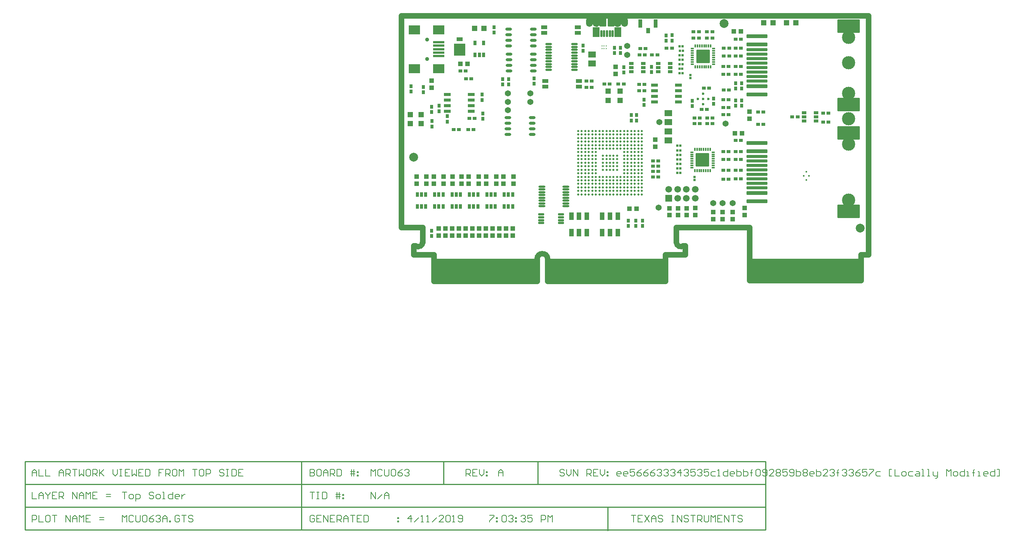
<source format=gts>
G04*
G04 #@! TF.GenerationSoftware,Altium Limited,Altium Designer,18.1.9 (240)*
G04*
G04 Layer_Color=8388736*
%FSAX25Y25*%
%MOIN*%
G70*
G01*
G75*
%ADD15C,0.00800*%
%ADD16C,0.01000*%
%ADD26C,0.01575*%
G04:AMPARAMS|DCode=48|XSize=7.87mil|YSize=13.78mil|CornerRadius=1.99mil|HoleSize=0mil|Usage=FLASHONLY|Rotation=0.000|XOffset=0mil|YOffset=0mil|HoleType=Round|Shape=RoundedRectangle|*
%AMROUNDEDRECTD48*
21,1,0.00787,0.00980,0,0,0.0*
21,1,0.00390,0.01378,0,0,0.0*
1,1,0.00398,0.00195,-0.00490*
1,1,0.00398,-0.00195,-0.00490*
1,1,0.00398,-0.00195,0.00490*
1,1,0.00398,0.00195,0.00490*
%
%ADD48ROUNDEDRECTD48*%
G04:AMPARAMS|DCode=49|XSize=7.87mil|YSize=11.81mil|CornerRadius=1.99mil|HoleSize=0mil|Usage=FLASHONLY|Rotation=0.000|XOffset=0mil|YOffset=0mil|HoleType=Round|Shape=RoundedRectangle|*
%AMROUNDEDRECTD49*
21,1,0.00787,0.00784,0,0,0.0*
21,1,0.00390,0.01181,0,0,0.0*
1,1,0.00398,0.00195,-0.00392*
1,1,0.00398,-0.00195,-0.00392*
1,1,0.00398,-0.00195,0.00392*
1,1,0.00398,0.00195,0.00392*
%
%ADD49ROUNDEDRECTD49*%
%ADD62C,0.05000*%
%ADD63C,0.03937*%
%ADD64C,0.00100*%
%ADD65R,0.92126X0.20472*%
%ADD66R,1.04095X0.20472*%
%ADD67R,0.97953X0.20472*%
%ADD68R,0.02165X0.11024*%
%ADD69C,0.01968*%
G04:AMPARAMS|DCode=70|XSize=122.05mil|YSize=196.85mil|CornerRadius=3.74mil|HoleSize=0mil|Usage=FLASHONLY|Rotation=90.000|XOffset=0mil|YOffset=0mil|HoleType=Round|Shape=RoundedRectangle|*
%AMROUNDEDRECTD70*
21,1,0.12205,0.18937,0,0,90.0*
21,1,0.11457,0.19685,0,0,90.0*
1,1,0.00748,0.09469,0.05728*
1,1,0.00748,0.09469,-0.05728*
1,1,0.00748,-0.09469,-0.05728*
1,1,0.00748,-0.09469,0.05728*
%
%ADD70ROUNDEDRECTD70*%
G04:AMPARAMS|DCode=71|XSize=35.83mil|YSize=185.04mil|CornerRadius=3.88mil|HoleSize=0mil|Usage=FLASHONLY|Rotation=90.000|XOffset=0mil|YOffset=0mil|HoleType=Round|Shape=RoundedRectangle|*
%AMROUNDEDRECTD71*
21,1,0.03583,0.17728,0,0,90.0*
21,1,0.02806,0.18504,0,0,90.0*
1,1,0.00776,0.08864,0.01403*
1,1,0.00776,0.08864,-0.01403*
1,1,0.00776,-0.08864,-0.01403*
1,1,0.00776,-0.08864,0.01403*
%
%ADD71ROUNDEDRECTD71*%
G04:AMPARAMS|DCode=72|XSize=27.95mil|YSize=185.04mil|CornerRadius=3.89mil|HoleSize=0mil|Usage=FLASHONLY|Rotation=90.000|XOffset=0mil|YOffset=0mil|HoleType=Round|Shape=RoundedRectangle|*
%AMROUNDEDRECTD72*
21,1,0.02795,0.17726,0,0,90.0*
21,1,0.02017,0.18504,0,0,90.0*
1,1,0.00778,0.08863,0.01009*
1,1,0.00778,0.08863,-0.01009*
1,1,0.00778,-0.08863,-0.01009*
1,1,0.00778,-0.08863,0.01009*
%
%ADD72ROUNDEDRECTD72*%
%ADD73R,0.10236X0.08268*%
%ADD74R,0.10236X0.02362*%
%ADD75R,0.04724X0.05118*%
%ADD76R,0.05118X0.04724*%
%ADD77R,0.04331X0.06693*%
%ADD78R,0.03543X0.07480*%
%ADD79R,0.03543X0.05118*%
%ADD80R,0.05394X0.03386*%
G04:AMPARAMS|DCode=81|XSize=27.56mil|YSize=61.02mil|CornerRadius=3.98mil|HoleSize=0mil|Usage=FLASHONLY|Rotation=90.000|XOffset=0mil|YOffset=0mil|HoleType=Round|Shape=RoundedRectangle|*
%AMROUNDEDRECTD81*
21,1,0.02756,0.05307,0,0,90.0*
21,1,0.01961,0.06102,0,0,90.0*
1,1,0.00795,0.02653,0.00980*
1,1,0.00795,0.02653,-0.00980*
1,1,0.00795,-0.02653,-0.00980*
1,1,0.00795,-0.02653,0.00980*
%
%ADD81ROUNDEDRECTD81*%
G04:AMPARAMS|DCode=82|XSize=13.78mil|YSize=27.56mil|CornerRadius=3.94mil|HoleSize=0mil|Usage=FLASHONLY|Rotation=180.000|XOffset=0mil|YOffset=0mil|HoleType=Round|Shape=RoundedRectangle|*
%AMROUNDEDRECTD82*
21,1,0.01378,0.01968,0,0,180.0*
21,1,0.00591,0.02756,0,0,180.0*
1,1,0.00787,-0.00295,0.00984*
1,1,0.00787,0.00295,0.00984*
1,1,0.00787,0.00295,-0.00984*
1,1,0.00787,-0.00295,-0.00984*
%
%ADD82ROUNDEDRECTD82*%
G04:AMPARAMS|DCode=83|XSize=13.78mil|YSize=27.56mil|CornerRadius=3.94mil|HoleSize=0mil|Usage=FLASHONLY|Rotation=90.000|XOffset=0mil|YOffset=0mil|HoleType=Round|Shape=RoundedRectangle|*
%AMROUNDEDRECTD83*
21,1,0.01378,0.01968,0,0,90.0*
21,1,0.00591,0.02756,0,0,90.0*
1,1,0.00787,0.00984,0.00295*
1,1,0.00787,0.00984,-0.00295*
1,1,0.00787,-0.00984,-0.00295*
1,1,0.00787,-0.00984,0.00295*
%
%ADD83ROUNDEDRECTD83*%
G04:AMPARAMS|DCode=84|XSize=118.11mil|YSize=118.11mil|CornerRadius=3.68mil|HoleSize=0mil|Usage=FLASHONLY|Rotation=90.000|XOffset=0mil|YOffset=0mil|HoleType=Round|Shape=RoundedRectangle|*
%AMROUNDEDRECTD84*
21,1,0.11811,0.11075,0,0,90.0*
21,1,0.11075,0.11811,0,0,90.0*
1,1,0.00736,0.05537,0.05537*
1,1,0.00736,0.05537,-0.05537*
1,1,0.00736,-0.05537,-0.05537*
1,1,0.00736,-0.05537,0.05537*
%
%ADD84ROUNDEDRECTD84*%
%ADD85O,0.05906X0.02165*%
%ADD86R,0.05394X0.03394*%
%ADD87R,0.10394X0.10894*%
G04:AMPARAMS|DCode=88|XSize=58.07mil|YSize=78.74mil|CornerRadius=3.86mil|HoleSize=0mil|Usage=FLASHONLY|Rotation=0.000|XOffset=0mil|YOffset=0mil|HoleType=Round|Shape=RoundedRectangle|*
%AMROUNDEDRECTD88*
21,1,0.05807,0.07101,0,0,0.0*
21,1,0.05034,0.07874,0,0,0.0*
1,1,0.00773,0.02517,-0.03551*
1,1,0.00773,-0.02517,-0.03551*
1,1,0.00773,-0.02517,0.03551*
1,1,0.00773,0.02517,0.03551*
%
%ADD88ROUNDEDRECTD88*%
G04:AMPARAMS|DCode=89|XSize=62.01mil|YSize=86.61mil|CornerRadius=4mil|HoleSize=0mil|Usage=FLASHONLY|Rotation=0.000|XOffset=0mil|YOffset=0mil|HoleType=Round|Shape=RoundedRectangle|*
%AMROUNDEDRECTD89*
21,1,0.06201,0.07861,0,0,0.0*
21,1,0.05401,0.08661,0,0,0.0*
1,1,0.00800,0.02700,-0.03931*
1,1,0.00800,-0.02700,-0.03931*
1,1,0.00800,-0.02700,0.03931*
1,1,0.00800,0.02700,0.03931*
%
%ADD89ROUNDEDRECTD89*%
G04:AMPARAMS|DCode=90|XSize=21.65mil|YSize=58.27mil|CornerRadius=3.92mil|HoleSize=0mil|Usage=FLASHONLY|Rotation=0.000|XOffset=0mil|YOffset=0mil|HoleType=Round|Shape=RoundedRectangle|*
%AMROUNDEDRECTD90*
21,1,0.02165,0.05043,0,0,0.0*
21,1,0.01382,0.05827,0,0,0.0*
1,1,0.00784,0.00691,-0.02522*
1,1,0.00784,-0.00691,-0.02522*
1,1,0.00784,-0.00691,0.02522*
1,1,0.00784,0.00691,0.02522*
%
%ADD90ROUNDEDRECTD90*%
%ADD91C,0.07874*%
%ADD92O,0.05709X0.02165*%
G04:AMPARAMS|DCode=93|XSize=27.56mil|YSize=43.31mil|CornerRadius=3.98mil|HoleSize=0mil|Usage=FLASHONLY|Rotation=90.000|XOffset=0mil|YOffset=0mil|HoleType=Round|Shape=RoundedRectangle|*
%AMROUNDEDRECTD93*
21,1,0.02756,0.03535,0,0,90.0*
21,1,0.01961,0.04331,0,0,90.0*
1,1,0.00795,0.01768,0.00980*
1,1,0.00795,0.01768,-0.00980*
1,1,0.00795,-0.01768,-0.00980*
1,1,0.00795,-0.01768,0.00980*
%
%ADD93ROUNDEDRECTD93*%
G04:AMPARAMS|DCode=94|XSize=27.56mil|YSize=43.31mil|CornerRadius=3.98mil|HoleSize=0mil|Usage=FLASHONLY|Rotation=180.000|XOffset=0mil|YOffset=0mil|HoleType=Round|Shape=RoundedRectangle|*
%AMROUNDEDRECTD94*
21,1,0.02756,0.03535,0,0,180.0*
21,1,0.01961,0.04331,0,0,180.0*
1,1,0.00795,-0.00980,0.01768*
1,1,0.00795,0.00980,0.01768*
1,1,0.00795,0.00980,-0.01768*
1,1,0.00795,-0.00980,-0.01768*
%
%ADD94ROUNDEDRECTD94*%
%ADD95O,0.06102X0.01968*%
%ADD96O,0.05894X0.02756*%
%ADD97R,0.04331X0.04134*%
%ADD98R,0.02191X0.02034*%
%ADD99R,0.03543X0.02756*%
%ADD100R,0.02756X0.03543*%
%ADD101R,0.04134X0.04331*%
%ADD102R,0.06694X0.05394*%
%ADD103R,0.02034X0.02191*%
%ADD104C,0.11824*%
%ADD105C,0.03543*%
%ADD106C,0.05394*%
%ADD107C,0.05906*%
%ADD108R,0.05906X0.05906*%
G04:AMPARAMS|DCode=109|XSize=86.61mil|YSize=59.06mil|CornerRadius=29.53mil|HoleSize=0mil|Usage=FLASHONLY|Rotation=270.000|XOffset=0mil|YOffset=0mil|HoleType=Round|Shape=RoundedRectangle|*
%AMROUNDEDRECTD109*
21,1,0.08661,0.00000,0,0,270.0*
21,1,0.02756,0.05906,0,0,270.0*
1,1,0.05906,0.00000,-0.01378*
1,1,0.05906,0.00000,0.01378*
1,1,0.05906,0.00000,0.01378*
1,1,0.05906,0.00000,-0.01378*
%
%ADD109ROUNDEDRECTD109*%
%ADD110C,0.02362*%
G54D15*
X-0248386Y-0188580D02*
X-0244388D01*
X-0246387D01*
Y-0194578D01*
X-0241389D02*
X-0239389D01*
X-0238390Y-0193578D01*
Y-0191579D01*
X-0239389Y-0190579D01*
X-0241389D01*
X-0242388Y-0191579D01*
Y-0193578D01*
X-0241389Y-0194578D01*
X-0236390Y-0196577D02*
Y-0190579D01*
X-0233391D01*
X-0232392Y-0191579D01*
Y-0193578D01*
X-0233391Y-0194578D01*
X-0236390D01*
X-0220395Y-0189579D02*
X-0221395Y-0188580D01*
X-0223394D01*
X-0224394Y-0189579D01*
Y-0190579D01*
X-0223394Y-0191579D01*
X-0221395D01*
X-0220395Y-0192579D01*
Y-0193578D01*
X-0221395Y-0194578D01*
X-0223394D01*
X-0224394Y-0193578D01*
X-0217396Y-0194578D02*
X-0215397D01*
X-0214397Y-0193578D01*
Y-0191579D01*
X-0215397Y-0190579D01*
X-0217396D01*
X-0218396Y-0191579D01*
Y-0193578D01*
X-0217396Y-0194578D01*
X-0212398D02*
X-0210399D01*
X-0211398D01*
Y-0188580D01*
X-0212398D01*
X-0203401D02*
Y-0194578D01*
X-0206400D01*
X-0207400Y-0193578D01*
Y-0191579D01*
X-0206400Y-0190579D01*
X-0203401D01*
X-0198403Y-0194578D02*
X-0200402D01*
X-0201402Y-0193578D01*
Y-0191579D01*
X-0200402Y-0190579D01*
X-0198403D01*
X-0197403Y-0191579D01*
Y-0192579D01*
X-0201402D01*
X-0195404Y-0190579D02*
Y-0194578D01*
Y-0192579D01*
X-0194404Y-0191579D01*
X-0193404Y-0190579D01*
X-0192404D01*
X-0248386Y-0188580D02*
X-0244388D01*
X-0246387D01*
Y-0194578D01*
X-0241389D02*
X-0239389D01*
X-0238390Y-0193578D01*
Y-0191579D01*
X-0239389Y-0190579D01*
X-0241389D01*
X-0242388Y-0191579D01*
Y-0193578D01*
X-0241389Y-0194578D01*
X-0236390Y-0196577D02*
Y-0190579D01*
X-0233391D01*
X-0232392Y-0191579D01*
Y-0193578D01*
X-0233391Y-0194578D01*
X-0236390D01*
X-0220395Y-0189579D02*
X-0221395Y-0188580D01*
X-0223394D01*
X-0224394Y-0189579D01*
Y-0190579D01*
X-0223394Y-0191579D01*
X-0221395D01*
X-0220395Y-0192579D01*
Y-0193578D01*
X-0221395Y-0194578D01*
X-0223394D01*
X-0224394Y-0193578D01*
X-0217396Y-0194578D02*
X-0215397D01*
X-0214397Y-0193578D01*
Y-0191579D01*
X-0215397Y-0190579D01*
X-0217396D01*
X-0218396Y-0191579D01*
Y-0193578D01*
X-0217396Y-0194578D01*
X-0212398D02*
X-0210399D01*
X-0211398D01*
Y-0188580D01*
X-0212398D01*
X-0203401D02*
Y-0194578D01*
X-0206400D01*
X-0207400Y-0193578D01*
Y-0191579D01*
X-0206400Y-0190579D01*
X-0203401D01*
X-0198403Y-0194578D02*
X-0200402D01*
X-0201402Y-0193578D01*
Y-0191579D01*
X-0200402Y-0190579D01*
X-0198403D01*
X-0197403Y-0191579D01*
Y-0192579D01*
X-0201402D01*
X-0195404Y-0190579D02*
Y-0194578D01*
Y-0192579D01*
X-0194404Y-0191579D01*
X-0193404Y-0190579D01*
X-0192404D01*
X0195113Y-0174295D02*
X0193113D01*
X0192114Y-0173296D01*
Y-0171296D01*
X0193113Y-0170297D01*
X0195113D01*
X0196112Y-0171296D01*
Y-0172296D01*
X0192114D01*
X0201111Y-0174295D02*
X0199111D01*
X0198112Y-0173296D01*
Y-0171296D01*
X0199111Y-0170297D01*
X0201111D01*
X0202110Y-0171296D01*
Y-0172296D01*
X0198112D01*
X0208108Y-0168297D02*
X0204110D01*
Y-0171296D01*
X0206109Y-0170297D01*
X0207109D01*
X0208108Y-0171296D01*
Y-0173296D01*
X0207109Y-0174295D01*
X0205109D01*
X0204110Y-0173296D01*
X0214106Y-0168297D02*
X0212107Y-0169297D01*
X0210108Y-0171296D01*
Y-0173296D01*
X0211107Y-0174295D01*
X0213107D01*
X0214106Y-0173296D01*
Y-0172296D01*
X0213107Y-0171296D01*
X0210108D01*
X0220105Y-0168297D02*
X0218105Y-0169297D01*
X0216106Y-0171296D01*
Y-0173296D01*
X0217106Y-0174295D01*
X0219105D01*
X0220105Y-0173296D01*
Y-0172296D01*
X0219105Y-0171296D01*
X0216106D01*
X0226103Y-0168297D02*
X0224103Y-0169297D01*
X0222104Y-0171296D01*
Y-0173296D01*
X0223104Y-0174295D01*
X0225103D01*
X0226103Y-0173296D01*
Y-0172296D01*
X0225103Y-0171296D01*
X0222104D01*
X0228102Y-0169297D02*
X0229102Y-0168297D01*
X0231101D01*
X0232101Y-0169297D01*
Y-0170297D01*
X0231101Y-0171296D01*
X0230101D01*
X0231101D01*
X0232101Y-0172296D01*
Y-0173296D01*
X0231101Y-0174295D01*
X0229102D01*
X0228102Y-0173296D01*
X0234100Y-0169297D02*
X0235100Y-0168297D01*
X0237099D01*
X0238099Y-0169297D01*
Y-0170297D01*
X0237099Y-0171296D01*
X0236099D01*
X0237099D01*
X0238099Y-0172296D01*
Y-0173296D01*
X0237099Y-0174295D01*
X0235100D01*
X0234100Y-0173296D01*
X0240098Y-0169297D02*
X0241098Y-0168297D01*
X0243097D01*
X0244097Y-0169297D01*
Y-0170297D01*
X0243097Y-0171296D01*
X0242097D01*
X0243097D01*
X0244097Y-0172296D01*
Y-0173296D01*
X0243097Y-0174295D01*
X0241098D01*
X0240098Y-0173296D01*
X0249095Y-0174295D02*
Y-0168297D01*
X0246096Y-0171296D01*
X0250095D01*
X0252094Y-0169297D02*
X0253094Y-0168297D01*
X0255093D01*
X0256093Y-0169297D01*
Y-0170297D01*
X0255093Y-0171296D01*
X0254094D01*
X0255093D01*
X0256093Y-0172296D01*
Y-0173296D01*
X0255093Y-0174295D01*
X0253094D01*
X0252094Y-0173296D01*
X0262091Y-0168297D02*
X0258092D01*
Y-0171296D01*
X0260092Y-0170297D01*
X0261091D01*
X0262091Y-0171296D01*
Y-0173296D01*
X0261091Y-0174295D01*
X0259092D01*
X0258092Y-0173296D01*
X0264090Y-0169297D02*
X0265090Y-0168297D01*
X0267089D01*
X0268089Y-0169297D01*
Y-0170297D01*
X0267089Y-0171296D01*
X0266090D01*
X0267089D01*
X0268089Y-0172296D01*
Y-0173296D01*
X0267089Y-0174295D01*
X0265090D01*
X0264090Y-0173296D01*
X0274087Y-0168297D02*
X0270088D01*
Y-0171296D01*
X0272088Y-0170297D01*
X0273087D01*
X0274087Y-0171296D01*
Y-0173296D01*
X0273087Y-0174295D01*
X0271088D01*
X0270088Y-0173296D01*
X0280085Y-0170297D02*
X0277086D01*
X0276086Y-0171296D01*
Y-0173296D01*
X0277086Y-0174295D01*
X0280085D01*
X0282084D02*
X0284084D01*
X0283084D01*
Y-0168297D01*
X0282084Y-0169297D01*
X0291082Y-0168297D02*
Y-0174295D01*
X0288083D01*
X0287083Y-0173296D01*
Y-0171296D01*
X0288083Y-0170297D01*
X0291082D01*
X0296080Y-0174295D02*
X0294081D01*
X0293081Y-0173296D01*
Y-0171296D01*
X0294081Y-0170297D01*
X0296080D01*
X0297080Y-0171296D01*
Y-0172296D01*
X0293081D01*
X0299079Y-0168297D02*
Y-0174295D01*
X0302078D01*
X0303078Y-0173296D01*
Y-0172296D01*
Y-0171296D01*
X0302078Y-0170297D01*
X0299079D01*
X0305077Y-0168297D02*
Y-0174295D01*
X0308076D01*
X0309076Y-0173296D01*
Y-0172296D01*
Y-0171296D01*
X0308076Y-0170297D01*
X0305077D01*
X0312075Y-0174295D02*
Y-0169297D01*
Y-0171296D01*
X0311075D01*
X0313074D01*
X0312075D01*
Y-0169297D01*
X0313074Y-0168297D01*
X0316073Y-0169297D02*
X0317073Y-0168297D01*
X0319073D01*
X0320072Y-0169297D01*
Y-0173296D01*
X0319073Y-0174295D01*
X0317073D01*
X0316073Y-0173296D01*
Y-0169297D01*
X0322072Y-0173296D02*
X0323071Y-0174295D01*
X0325071D01*
X0326070Y-0173296D01*
Y-0169297D01*
X0325071Y-0168297D01*
X0323071D01*
X0322072Y-0169297D01*
Y-0170297D01*
X0323071Y-0171296D01*
X0326070D01*
X0332068Y-0174295D02*
X0328070D01*
X0332068Y-0170297D01*
Y-0169297D01*
X0331069Y-0168297D01*
X0329069D01*
X0328070Y-0169297D01*
X0334068D02*
X0335067Y-0168297D01*
X0337067D01*
X0338066Y-0169297D01*
Y-0170297D01*
X0337067Y-0171296D01*
X0338066Y-0172296D01*
Y-0173296D01*
X0337067Y-0174295D01*
X0335067D01*
X0334068Y-0173296D01*
Y-0172296D01*
X0335067Y-0171296D01*
X0334068Y-0170297D01*
Y-0169297D01*
X0335067Y-0171296D02*
X0337067D01*
X0344064Y-0168297D02*
X0340066D01*
Y-0171296D01*
X0342065Y-0170297D01*
X0343065D01*
X0344064Y-0171296D01*
Y-0173296D01*
X0343065Y-0174295D01*
X0341065D01*
X0340066Y-0173296D01*
X0346064D02*
X0347063Y-0174295D01*
X0349063D01*
X0350062Y-0173296D01*
Y-0169297D01*
X0349063Y-0168297D01*
X0347063D01*
X0346064Y-0169297D01*
Y-0170297D01*
X0347063Y-0171296D01*
X0350062D01*
X0352062Y-0168297D02*
Y-0174295D01*
X0355061D01*
X0356061Y-0173296D01*
Y-0172296D01*
Y-0171296D01*
X0355061Y-0170297D01*
X0352062D01*
X0358060Y-0169297D02*
X0359060Y-0168297D01*
X0361059D01*
X0362059Y-0169297D01*
Y-0170297D01*
X0361059Y-0171296D01*
X0362059Y-0172296D01*
Y-0173296D01*
X0361059Y-0174295D01*
X0359060D01*
X0358060Y-0173296D01*
Y-0172296D01*
X0359060Y-0171296D01*
X0358060Y-0170297D01*
Y-0169297D01*
X0359060Y-0171296D02*
X0361059D01*
X0367057Y-0174295D02*
X0365058D01*
X0364058Y-0173296D01*
Y-0171296D01*
X0365058Y-0170297D01*
X0367057D01*
X0368057Y-0171296D01*
Y-0172296D01*
X0364058D01*
X0370056Y-0168297D02*
Y-0174295D01*
X0373055D01*
X0374055Y-0173296D01*
Y-0172296D01*
Y-0171296D01*
X0373055Y-0170297D01*
X0370056D01*
X0380053Y-0174295D02*
X0376054D01*
X0380053Y-0170297D01*
Y-0169297D01*
X0379053Y-0168297D01*
X0377054D01*
X0376054Y-0169297D01*
X0382052D02*
X0383052Y-0168297D01*
X0385051D01*
X0386051Y-0169297D01*
Y-0170297D01*
X0385051Y-0171296D01*
X0384051D01*
X0385051D01*
X0386051Y-0172296D01*
Y-0173296D01*
X0385051Y-0174295D01*
X0383052D01*
X0382052Y-0173296D01*
X0389050Y-0174295D02*
Y-0169297D01*
Y-0171296D01*
X0388050D01*
X0390050D01*
X0389050D01*
Y-0169297D01*
X0390050Y-0168297D01*
X0393049Y-0169297D02*
X0394048Y-0168297D01*
X0396048D01*
X0397047Y-0169297D01*
Y-0170297D01*
X0396048Y-0171296D01*
X0395048D01*
X0396048D01*
X0397047Y-0172296D01*
Y-0173296D01*
X0396048Y-0174295D01*
X0394048D01*
X0393049Y-0173296D01*
X0399047Y-0169297D02*
X0400046Y-0168297D01*
X0402046D01*
X0403045Y-0169297D01*
Y-0170297D01*
X0402046Y-0171296D01*
X0401046D01*
X0402046D01*
X0403045Y-0172296D01*
Y-0173296D01*
X0402046Y-0174295D01*
X0400046D01*
X0399047Y-0173296D01*
X0409043Y-0168297D02*
X0407044Y-0169297D01*
X0405045Y-0171296D01*
Y-0173296D01*
X0406044Y-0174295D01*
X0408044D01*
X0409043Y-0173296D01*
Y-0172296D01*
X0408044Y-0171296D01*
X0405045D01*
X0415041Y-0168297D02*
X0411043D01*
Y-0171296D01*
X0413042Y-0170297D01*
X0414042D01*
X0415041Y-0171296D01*
Y-0173296D01*
X0414042Y-0174295D01*
X0412043D01*
X0411043Y-0173296D01*
X0417041Y-0168297D02*
X0421039D01*
Y-0169297D01*
X0417041Y-0173296D01*
Y-0174295D01*
X0427038Y-0170297D02*
X0424039D01*
X0423039Y-0171296D01*
Y-0173296D01*
X0424039Y-0174295D01*
X0427038D01*
X0437034D02*
X0435035D01*
Y-0168297D01*
X0437034D01*
X0440033D02*
Y-0174295D01*
X0444032D01*
X0447031D02*
X0449030D01*
X0450030Y-0173296D01*
Y-0171296D01*
X0449030Y-0170297D01*
X0447031D01*
X0446032Y-0171296D01*
Y-0173296D01*
X0447031Y-0174295D01*
X0456028Y-0170297D02*
X0453029D01*
X0452030Y-0171296D01*
Y-0173296D01*
X0453029Y-0174295D01*
X0456028D01*
X0459027Y-0170297D02*
X0461027D01*
X0462026Y-0171296D01*
Y-0174295D01*
X0459027D01*
X0458028Y-0173296D01*
X0459027Y-0172296D01*
X0462026D01*
X0464026Y-0174295D02*
X0466025D01*
X0465025D01*
Y-0168297D01*
X0464026D01*
X0469024Y-0174295D02*
X0471023D01*
X0470024D01*
Y-0168297D01*
X0469024D01*
X0474022Y-0170297D02*
Y-0173296D01*
X0475022Y-0174295D01*
X0478021D01*
Y-0175295D01*
X0477021Y-0176295D01*
X0476022D01*
X0478021Y-0174295D02*
Y-0170297D01*
X0486019Y-0174295D02*
Y-0168297D01*
X0488018Y-0170297D01*
X0490017Y-0168297D01*
Y-0174295D01*
X0493016D02*
X0495016D01*
X0496015Y-0173296D01*
Y-0171296D01*
X0495016Y-0170297D01*
X0493016D01*
X0492017Y-0171296D01*
Y-0173296D01*
X0493016Y-0174295D01*
X0502013Y-0168297D02*
Y-0174295D01*
X0499014D01*
X0498015Y-0173296D01*
Y-0171296D01*
X0499014Y-0170297D01*
X0502013D01*
X0504013Y-0174295D02*
X0506012D01*
X0505012D01*
Y-0170297D01*
X0504013D01*
X0510011Y-0174295D02*
Y-0169297D01*
Y-0171296D01*
X0509011D01*
X0511010D01*
X0510011D01*
Y-0169297D01*
X0511010Y-0168297D01*
X0514010Y-0174295D02*
X0516009D01*
X0515009D01*
Y-0170297D01*
X0514010D01*
X0522007Y-0174295D02*
X0520008D01*
X0519008Y-0173296D01*
Y-0171296D01*
X0520008Y-0170297D01*
X0522007D01*
X0523006Y-0171296D01*
Y-0172296D01*
X0519008D01*
X0529005Y-0168297D02*
Y-0174295D01*
X0526006D01*
X0525006Y-0173296D01*
Y-0171296D01*
X0526006Y-0170297D01*
X0529005D01*
X0531004Y-0174295D02*
X0533003D01*
Y-0168297D01*
X0531004D01*
X0145512Y-0169297D02*
X0144513Y-0168297D01*
X0142513D01*
X0141514Y-0169297D01*
Y-0170297D01*
X0142513Y-0171296D01*
X0144513D01*
X0145512Y-0172296D01*
Y-0173296D01*
X0144513Y-0174295D01*
X0142513D01*
X0141514Y-0173296D01*
X0147512Y-0168297D02*
Y-0172296D01*
X0149511Y-0174295D01*
X0151510Y-0172296D01*
Y-0168297D01*
X0153510Y-0174295D02*
Y-0168297D01*
X0157508Y-0174295D01*
Y-0168297D01*
X0165506Y-0174295D02*
Y-0168297D01*
X0168505D01*
X0169504Y-0169297D01*
Y-0171296D01*
X0168505Y-0172296D01*
X0165506D01*
X0167505D02*
X0169504Y-0174295D01*
X0175503Y-0168297D02*
X0171504D01*
Y-0174295D01*
X0175503D01*
X0171504Y-0171296D02*
X0173503D01*
X0177502Y-0168297D02*
Y-0172296D01*
X0179501Y-0174295D01*
X0181501Y-0172296D01*
Y-0168297D01*
X0183500Y-0170297D02*
X0184500D01*
Y-0171296D01*
X0183500D01*
Y-0170297D01*
Y-0173296D02*
X0184500D01*
Y-0174295D01*
X0183500D01*
Y-0173296D01*
X0057714Y-0174295D02*
Y-0168297D01*
X0060713D01*
X0061712Y-0169297D01*
Y-0171296D01*
X0060713Y-0172296D01*
X0057714D01*
X0059713D02*
X0061712Y-0174295D01*
X0067710Y-0168297D02*
X0063712D01*
Y-0174295D01*
X0067710D01*
X0063712Y-0171296D02*
X0065711D01*
X0069710Y-0168297D02*
Y-0172296D01*
X0071709Y-0174295D01*
X0073708Y-0172296D01*
Y-0168297D01*
X0075708Y-0170297D02*
X0076708D01*
Y-0171296D01*
X0075708D01*
Y-0170297D01*
Y-0173296D02*
X0076708D01*
Y-0174295D01*
X0075708D01*
Y-0173296D01*
X-0248386Y-0215162D02*
Y-0209164D01*
X-0246387Y-0211163D01*
X-0244388Y-0209164D01*
Y-0215162D01*
X-0238390Y-0210164D02*
X-0239389Y-0209164D01*
X-0241389D01*
X-0242388Y-0210164D01*
Y-0214162D01*
X-0241389Y-0215162D01*
X-0239389D01*
X-0238390Y-0214162D01*
X-0236390Y-0209164D02*
Y-0214162D01*
X-0235391Y-0215162D01*
X-0233391D01*
X-0232392Y-0214162D01*
Y-0209164D01*
X-0230392Y-0210164D02*
X-0229393Y-0209164D01*
X-0227393D01*
X-0226394Y-0210164D01*
Y-0214162D01*
X-0227393Y-0215162D01*
X-0229393D01*
X-0230392Y-0214162D01*
Y-0210164D01*
X-0220395Y-0209164D02*
X-0222395Y-0210164D01*
X-0224394Y-0212163D01*
Y-0214162D01*
X-0223394Y-0215162D01*
X-0221395D01*
X-0220395Y-0214162D01*
Y-0213163D01*
X-0221395Y-0212163D01*
X-0224394D01*
X-0218396Y-0210164D02*
X-0217396Y-0209164D01*
X-0215397D01*
X-0214397Y-0210164D01*
Y-0211163D01*
X-0215397Y-0212163D01*
X-0216397D01*
X-0215397D01*
X-0214397Y-0213163D01*
Y-0214162D01*
X-0215397Y-0215162D01*
X-0217396D01*
X-0218396Y-0214162D01*
X-0212398Y-0215162D02*
Y-0211163D01*
X-0210399Y-0209164D01*
X-0208399Y-0211163D01*
Y-0215162D01*
Y-0212163D01*
X-0212398D01*
X-0206400Y-0215162D02*
Y-0214162D01*
X-0205400D01*
Y-0215162D01*
X-0206400D01*
X-0197403Y-0210164D02*
X-0198403Y-0209164D01*
X-0200402D01*
X-0201402Y-0210164D01*
Y-0214162D01*
X-0200402Y-0215162D01*
X-0198403D01*
X-0197403Y-0214162D01*
Y-0212163D01*
X-0199402D01*
X-0195404Y-0209164D02*
X-0191405D01*
X-0193404D01*
Y-0215162D01*
X-0185407Y-0210164D02*
X-0186406Y-0209164D01*
X-0188406D01*
X-0189406Y-0210164D01*
Y-0211163D01*
X-0188406Y-0212163D01*
X-0186406D01*
X-0185407Y-0213163D01*
Y-0214162D01*
X-0186406Y-0215162D01*
X-0188406D01*
X-0189406Y-0214162D01*
X0008863Y-0215162D02*
Y-0209164D01*
X0005864Y-0212163D01*
X0009862D01*
X0011862Y-0215162D02*
X0015860Y-0211163D01*
X0017860Y-0215162D02*
X0019859D01*
X0018859D01*
Y-0209164D01*
X0017860Y-0210164D01*
X0022858Y-0215162D02*
X0024858D01*
X0023858D01*
Y-0209164D01*
X0022858Y-0210164D01*
X0027856Y-0215162D02*
X0031855Y-0211163D01*
X0037853Y-0215162D02*
X0033854D01*
X0037853Y-0211163D01*
Y-0210164D01*
X0036854Y-0209164D01*
X0034854D01*
X0033854Y-0210164D01*
X0039853D02*
X0040852Y-0209164D01*
X0042852D01*
X0043851Y-0210164D01*
Y-0214162D01*
X0042852Y-0215162D01*
X0040852D01*
X0039853Y-0214162D01*
Y-0210164D01*
X0045851Y-0215162D02*
X0047850D01*
X0046850D01*
Y-0209164D01*
X0045851Y-0210164D01*
X0050849Y-0214162D02*
X0051849Y-0215162D01*
X0053848D01*
X0054848Y-0214162D01*
Y-0210164D01*
X0053848Y-0209164D01*
X0051849D01*
X0050849Y-0210164D01*
Y-0211163D01*
X0051849Y-0212163D01*
X0054848D01*
X-0077088Y-0210164D02*
X-0078087Y-0209164D01*
X-0080087D01*
X-0081086Y-0210164D01*
Y-0214162D01*
X-0080087Y-0215162D01*
X-0078087D01*
X-0077088Y-0214162D01*
Y-0212163D01*
X-0079087D01*
X-0071090Y-0209164D02*
X-0075088D01*
Y-0215162D01*
X-0071090D01*
X-0075088Y-0212163D02*
X-0073089D01*
X-0069090Y-0215162D02*
Y-0209164D01*
X-0065092Y-0215162D01*
Y-0209164D01*
X-0059093D02*
X-0063092D01*
Y-0215162D01*
X-0059093D01*
X-0063092Y-0212163D02*
X-0061093D01*
X-0057094Y-0215162D02*
Y-0209164D01*
X-0054095D01*
X-0053096Y-0210164D01*
Y-0212163D01*
X-0054095Y-0213163D01*
X-0057094D01*
X-0055095D02*
X-0053096Y-0215162D01*
X-0051096D02*
Y-0211163D01*
X-0049097Y-0209164D01*
X-0047097Y-0211163D01*
Y-0215162D01*
Y-0212163D01*
X-0051096D01*
X-0045098Y-0209164D02*
X-0041099D01*
X-0043099D01*
Y-0215162D01*
X-0035101Y-0209164D02*
X-0039100D01*
Y-0215162D01*
X-0035101D01*
X-0039100Y-0212163D02*
X-0037101D01*
X-0033102Y-0209164D02*
Y-0215162D01*
X-0030103D01*
X-0029103Y-0214162D01*
Y-0210164D01*
X-0030103Y-0209164D01*
X-0033102D01*
X-0003112Y-0211163D02*
X-0002112D01*
Y-0212163D01*
X-0003112D01*
Y-0211163D01*
Y-0214162D02*
X-0002112D01*
Y-0215162D01*
X-0003112D01*
Y-0214162D01*
X-0328936Y-0174295D02*
Y-0170297D01*
X-0326937Y-0168297D01*
X-0324938Y-0170297D01*
Y-0174295D01*
Y-0171296D01*
X-0328936D01*
X-0322938Y-0168297D02*
Y-0174295D01*
X-0318940D01*
X-0316940Y-0168297D02*
Y-0174295D01*
X-0312942D01*
X-0304944D02*
Y-0170297D01*
X-0302945Y-0168297D01*
X-0300945Y-0170297D01*
Y-0174295D01*
Y-0171296D01*
X-0304944D01*
X-0298946Y-0174295D02*
Y-0168297D01*
X-0295947D01*
X-0294947Y-0169297D01*
Y-0171296D01*
X-0295947Y-0172296D01*
X-0298946D01*
X-0296947D02*
X-0294947Y-0174295D01*
X-0292948Y-0168297D02*
X-0288949D01*
X-0290949D01*
Y-0174295D01*
X-0286950Y-0168297D02*
Y-0174295D01*
X-0284951Y-0172296D01*
X-0282951Y-0174295D01*
Y-0168297D01*
X-0277953D02*
X-0279952D01*
X-0280952Y-0169297D01*
Y-0173296D01*
X-0279952Y-0174295D01*
X-0277953D01*
X-0276953Y-0173296D01*
Y-0169297D01*
X-0277953Y-0168297D01*
X-0274954Y-0174295D02*
Y-0168297D01*
X-0271955D01*
X-0270955Y-0169297D01*
Y-0171296D01*
X-0271955Y-0172296D01*
X-0274954D01*
X-0272955D02*
X-0270955Y-0174295D01*
X-0268956Y-0168297D02*
Y-0174295D01*
Y-0172296D01*
X-0264957Y-0168297D01*
X-0267956Y-0171296D01*
X-0264957Y-0174295D01*
X-0256960Y-0168297D02*
Y-0172296D01*
X-0254960Y-0174295D01*
X-0252961Y-0172296D01*
Y-0168297D01*
X-0250962D02*
X-0248962D01*
X-0249962D01*
Y-0174295D01*
X-0250962D01*
X-0248962D01*
X-0241965Y-0168297D02*
X-0245963D01*
Y-0174295D01*
X-0241965D01*
X-0245963Y-0171296D02*
X-0243964D01*
X-0239965Y-0168297D02*
Y-0174295D01*
X-0237966Y-0172296D01*
X-0235966Y-0174295D01*
Y-0168297D01*
X-0229968D02*
X-0233967D01*
Y-0174295D01*
X-0229968D01*
X-0233967Y-0171296D02*
X-0231968D01*
X-0227969Y-0168297D02*
Y-0174295D01*
X-0224970D01*
X-0223970Y-0173296D01*
Y-0169297D01*
X-0224970Y-0168297D01*
X-0227969D01*
X-0211974D02*
X-0215973D01*
Y-0171296D01*
X-0213974D01*
X-0215973D01*
Y-0174295D01*
X-0209975D02*
Y-0168297D01*
X-0206976D01*
X-0205976Y-0169297D01*
Y-0171296D01*
X-0206976Y-0172296D01*
X-0209975D01*
X-0207976D02*
X-0205976Y-0174295D01*
X-0200978Y-0168297D02*
X-0202977D01*
X-0203977Y-0169297D01*
Y-0173296D01*
X-0202977Y-0174295D01*
X-0200978D01*
X-0199978Y-0173296D01*
Y-0169297D01*
X-0200978Y-0168297D01*
X-0197979Y-0174295D02*
Y-0168297D01*
X-0195979Y-0170297D01*
X-0193980Y-0168297D01*
Y-0174295D01*
X-0185983Y-0168297D02*
X-0181984D01*
X-0183983D01*
Y-0174295D01*
X-0176986Y-0168297D02*
X-0178985D01*
X-0179985Y-0169297D01*
Y-0173296D01*
X-0178985Y-0174295D01*
X-0176986D01*
X-0175986Y-0173296D01*
Y-0169297D01*
X-0176986Y-0168297D01*
X-0173986Y-0174295D02*
Y-0168297D01*
X-0170987D01*
X-0169988Y-0169297D01*
Y-0171296D01*
X-0170987Y-0172296D01*
X-0173986D01*
X-0157992Y-0169297D02*
X-0158991Y-0168297D01*
X-0160991D01*
X-0161990Y-0169297D01*
Y-0170297D01*
X-0160991Y-0171296D01*
X-0158991D01*
X-0157992Y-0172296D01*
Y-0173296D01*
X-0158991Y-0174295D01*
X-0160991D01*
X-0161990Y-0173296D01*
X-0155992Y-0168297D02*
X-0153993D01*
X-0154993D01*
Y-0174295D01*
X-0155992D01*
X-0153993D01*
X-0150994Y-0168297D02*
Y-0174295D01*
X-0147995D01*
X-0146995Y-0173296D01*
Y-0169297D01*
X-0147995Y-0168297D01*
X-0150994D01*
X-0140997D02*
X-0144996D01*
Y-0174295D01*
X-0140997D01*
X-0144996Y-0171296D02*
X-0142997D01*
X0086864Y-0174295D02*
Y-0170297D01*
X0088863Y-0168297D01*
X0090862Y-0170297D01*
Y-0174295D01*
Y-0171296D01*
X0086864D01*
X-0026736Y-0174295D02*
Y-0168297D01*
X-0024737Y-0170297D01*
X-0022738Y-0168297D01*
Y-0174295D01*
X-0016740Y-0169297D02*
X-0017739Y-0168297D01*
X-0019739D01*
X-0020738Y-0169297D01*
Y-0173296D01*
X-0019739Y-0174295D01*
X-0017739D01*
X-0016740Y-0173296D01*
X-0014740Y-0168297D02*
Y-0173296D01*
X-0013741Y-0174295D01*
X-0011741D01*
X-0010742Y-0173296D01*
Y-0168297D01*
X-0008742Y-0169297D02*
X-0007743Y-0168297D01*
X-0005743D01*
X-0004744Y-0169297D01*
Y-0173296D01*
X-0005743Y-0174295D01*
X-0007743D01*
X-0008742Y-0173296D01*
Y-0169297D01*
X0001255Y-0168297D02*
X-0000745Y-0169297D01*
X-0002744Y-0171296D01*
Y-0173296D01*
X-0001744Y-0174295D01*
X0000255D01*
X0001255Y-0173296D01*
Y-0172296D01*
X0000255Y-0171296D01*
X-0002744D01*
X0003254Y-0169297D02*
X0004254Y-0168297D01*
X0006253D01*
X0007253Y-0169297D01*
Y-0170297D01*
X0006253Y-0171296D01*
X0005253D01*
X0006253D01*
X0007253Y-0172296D01*
Y-0173296D01*
X0006253Y-0174295D01*
X0004254D01*
X0003254Y-0173296D01*
X-0081286Y-0168297D02*
Y-0174295D01*
X-0078287D01*
X-0077288Y-0173296D01*
Y-0172296D01*
X-0078287Y-0171296D01*
X-0081286D01*
X-0078287D01*
X-0077288Y-0170297D01*
Y-0169297D01*
X-0078287Y-0168297D01*
X-0081286D01*
X-0072289D02*
X-0074289D01*
X-0075288Y-0169297D01*
Y-0173296D01*
X-0074289Y-0174295D01*
X-0072289D01*
X-0071290Y-0173296D01*
Y-0169297D01*
X-0072289Y-0168297D01*
X-0069290Y-0174295D02*
Y-0170297D01*
X-0067291Y-0168297D01*
X-0065292Y-0170297D01*
Y-0174295D01*
Y-0171296D01*
X-0069290D01*
X-0063292Y-0174295D02*
Y-0168297D01*
X-0060293D01*
X-0059294Y-0169297D01*
Y-0171296D01*
X-0060293Y-0172296D01*
X-0063292D01*
X-0061293D02*
X-0059294Y-0174295D01*
X-0057294Y-0168297D02*
Y-0174295D01*
X-0054295D01*
X-0053295Y-0173296D01*
Y-0169297D01*
X-0054295Y-0168297D01*
X-0057294D01*
X-0044298Y-0174295D02*
Y-0168297D01*
X-0042299D02*
Y-0174295D01*
X-0045298Y-0170297D02*
X-0042299D01*
X-0041299D01*
X-0045298Y-0172296D02*
X-0041299D01*
X-0039300Y-0170297D02*
X-0038300D01*
Y-0171296D01*
X-0039300D01*
Y-0170297D01*
Y-0173296D02*
X-0038300D01*
Y-0174295D01*
X-0039300D01*
Y-0173296D01*
X-0328936Y-0188580D02*
Y-0194578D01*
X-0324938D01*
X-0322938D02*
Y-0190579D01*
X-0320939Y-0188580D01*
X-0318940Y-0190579D01*
Y-0194578D01*
Y-0191579D01*
X-0322938D01*
X-0316940Y-0188580D02*
Y-0189579D01*
X-0314941Y-0191579D01*
X-0312942Y-0189579D01*
Y-0188580D01*
X-0314941Y-0191579D02*
Y-0194578D01*
X-0306943Y-0188580D02*
X-0310942D01*
Y-0194578D01*
X-0306943D01*
X-0310942Y-0191579D02*
X-0308943D01*
X-0304944Y-0194578D02*
Y-0188580D01*
X-0301945D01*
X-0300945Y-0189579D01*
Y-0191579D01*
X-0301945Y-0192579D01*
X-0304944D01*
X-0302945D02*
X-0300945Y-0194578D01*
X-0292948D02*
Y-0188580D01*
X-0288949Y-0194578D01*
Y-0188580D01*
X-0286950Y-0194578D02*
Y-0190579D01*
X-0284951Y-0188580D01*
X-0282951Y-0190579D01*
Y-0194578D01*
Y-0191579D01*
X-0286950D01*
X-0280952Y-0194578D02*
Y-0188580D01*
X-0278953Y-0190579D01*
X-0276953Y-0188580D01*
Y-0194578D01*
X-0270955Y-0188580D02*
X-0274954D01*
Y-0194578D01*
X-0270955D01*
X-0274954Y-0191579D02*
X-0272955D01*
X-0262958Y-0192579D02*
X-0258959D01*
X-0262958Y-0190579D02*
X-0258959D01*
X-0328936Y-0215162D02*
Y-0209164D01*
X-0325937D01*
X-0324938Y-0210164D01*
Y-0212163D01*
X-0325937Y-0213163D01*
X-0328936D01*
X-0322938Y-0209164D02*
Y-0215162D01*
X-0318940D01*
X-0313941Y-0209164D02*
X-0315941D01*
X-0316940Y-0210164D01*
Y-0214162D01*
X-0315941Y-0215162D01*
X-0313941D01*
X-0312942Y-0214162D01*
Y-0210164D01*
X-0313941Y-0209164D01*
X-0310942D02*
X-0306943D01*
X-0308943D01*
Y-0215162D01*
X-0298946D02*
Y-0209164D01*
X-0294947Y-0215162D01*
Y-0209164D01*
X-0292948Y-0215162D02*
Y-0211163D01*
X-0290949Y-0209164D01*
X-0288949Y-0211163D01*
Y-0215162D01*
Y-0212163D01*
X-0292948D01*
X-0286950Y-0215162D02*
Y-0209164D01*
X-0284951Y-0211163D01*
X-0282951Y-0209164D01*
Y-0215162D01*
X-0276953Y-0209164D02*
X-0280952D01*
Y-0215162D01*
X-0276953D01*
X-0280952Y-0212163D02*
X-0278953D01*
X-0268956Y-0213163D02*
X-0264957D01*
X-0268956Y-0211163D02*
X-0264957D01*
X0078764Y-0209164D02*
X0082762D01*
Y-0210164D01*
X0078764Y-0214162D01*
Y-0215162D01*
X0084762Y-0211163D02*
X0085761D01*
Y-0212163D01*
X0084762D01*
Y-0211163D01*
Y-0214162D02*
X0085761D01*
Y-0215162D01*
X0084762D01*
Y-0214162D01*
X0089760Y-0210164D02*
X0090760Y-0209164D01*
X0092759D01*
X0093759Y-0210164D01*
Y-0214162D01*
X0092759Y-0215162D01*
X0090760D01*
X0089760Y-0214162D01*
Y-0210164D01*
X0095758D02*
X0096758Y-0209164D01*
X0098757D01*
X0099757Y-0210164D01*
Y-0211163D01*
X0098757Y-0212163D01*
X0097757D01*
X0098757D01*
X0099757Y-0213163D01*
Y-0214162D01*
X0098757Y-0215162D01*
X0096758D01*
X0095758Y-0214162D01*
X0101756Y-0211163D02*
X0102756D01*
Y-0212163D01*
X0101756D01*
Y-0211163D01*
Y-0214162D02*
X0102756D01*
Y-0215162D01*
X0101756D01*
Y-0214162D01*
X0106755Y-0210164D02*
X0107754Y-0209164D01*
X0109754D01*
X0110753Y-0210164D01*
Y-0211163D01*
X0109754Y-0212163D01*
X0108754D01*
X0109754D01*
X0110753Y-0213163D01*
Y-0214162D01*
X0109754Y-0215162D01*
X0107754D01*
X0106755Y-0214162D01*
X0116751Y-0209164D02*
X0112753D01*
Y-0212163D01*
X0114752Y-0211163D01*
X0115752D01*
X0116751Y-0212163D01*
Y-0214162D01*
X0115752Y-0215162D01*
X0113752D01*
X0112753Y-0214162D01*
X0124749Y-0215162D02*
Y-0209164D01*
X0127748D01*
X0128747Y-0210164D01*
Y-0212163D01*
X0127748Y-0213163D01*
X0124749D01*
X0130747Y-0215162D02*
Y-0209164D01*
X0132746Y-0211163D01*
X0134746Y-0209164D01*
Y-0215162D01*
X0205214Y-0209164D02*
X0209212D01*
X0207213D01*
Y-0215162D01*
X0215210Y-0209164D02*
X0211212D01*
Y-0215162D01*
X0215210D01*
X0211212Y-0212163D02*
X0213211D01*
X0217210Y-0209164D02*
X0221208Y-0215162D01*
Y-0209164D02*
X0217210Y-0215162D01*
X0223208D02*
Y-0211163D01*
X0225207Y-0209164D01*
X0227206Y-0211163D01*
Y-0215162D01*
Y-0212163D01*
X0223208D01*
X0233205Y-0210164D02*
X0232205Y-0209164D01*
X0230205D01*
X0229206Y-0210164D01*
Y-0211163D01*
X0230205Y-0212163D01*
X0232205D01*
X0233205Y-0213163D01*
Y-0214162D01*
X0232205Y-0215162D01*
X0230205D01*
X0229206Y-0214162D01*
X0241202Y-0209164D02*
X0243201D01*
X0242202D01*
Y-0215162D01*
X0241202D01*
X0243201D01*
X0246200D02*
Y-0209164D01*
X0250199Y-0215162D01*
Y-0209164D01*
X0256197Y-0210164D02*
X0255197Y-0209164D01*
X0253198D01*
X0252198Y-0210164D01*
Y-0211163D01*
X0253198Y-0212163D01*
X0255197D01*
X0256197Y-0213163D01*
Y-0214162D01*
X0255197Y-0215162D01*
X0253198D01*
X0252198Y-0214162D01*
X0258196Y-0209164D02*
X0262195D01*
X0260196D01*
Y-0215162D01*
X0264194D02*
Y-0209164D01*
X0267194D01*
X0268193Y-0210164D01*
Y-0212163D01*
X0267194Y-0213163D01*
X0264194D01*
X0266194D02*
X0268193Y-0215162D01*
X0270193Y-0209164D02*
Y-0214162D01*
X0271192Y-0215162D01*
X0273192D01*
X0274191Y-0214162D01*
Y-0209164D01*
X0276191Y-0215162D02*
Y-0209164D01*
X0278190Y-0211163D01*
X0280189Y-0209164D01*
Y-0215162D01*
X0286187Y-0209164D02*
X0282189D01*
Y-0215162D01*
X0286187D01*
X0282189Y-0212163D02*
X0284188D01*
X0288187Y-0215162D02*
Y-0209164D01*
X0292185Y-0215162D01*
Y-0209164D01*
X0294185D02*
X0298183D01*
X0296184D01*
Y-0215162D01*
X0304182Y-0210164D02*
X0303182Y-0209164D01*
X0301183D01*
X0300183Y-0210164D01*
Y-0211163D01*
X0301183Y-0212163D01*
X0303182D01*
X0304182Y-0213163D01*
Y-0214162D01*
X0303182Y-0215162D01*
X0301183D01*
X0300183Y-0214162D01*
X-0081286Y-0188630D02*
X-0077288D01*
X-0079287D01*
Y-0194629D01*
X-0075288Y-0188630D02*
X-0073289D01*
X-0074289D01*
Y-0194629D01*
X-0075288D01*
X-0073289D01*
X-0070290Y-0188630D02*
Y-0194629D01*
X-0067291D01*
X-0066291Y-0193629D01*
Y-0189630D01*
X-0067291Y-0188630D01*
X-0070290D01*
X-0057294Y-0194629D02*
Y-0188630D01*
X-0055295D02*
Y-0194629D01*
X-0058294Y-0190630D02*
X-0055295D01*
X-0054295D01*
X-0058294Y-0192629D02*
X-0054295D01*
X-0052296Y-0190630D02*
X-0051296D01*
Y-0191630D01*
X-0052296D01*
Y-0190630D01*
Y-0193629D02*
X-0051296D01*
Y-0194629D01*
X-0052296D01*
Y-0193629D01*
X-0026736Y-0194629D02*
Y-0188630D01*
X-0022738Y-0194629D01*
Y-0188630D01*
X-0020738Y-0194629D02*
X-0016740Y-0190630D01*
X-0014740Y-0194629D02*
Y-0190630D01*
X-0012741Y-0188630D01*
X-0010742Y-0190630D01*
Y-0194629D01*
Y-0191630D01*
X-0014740D01*
G54D16*
X0121914Y-0181412D02*
Y-0161079D01*
X0037914Y-0181412D02*
Y-0161079D01*
X-0335286Y-0181412D02*
X0324914D01*
X-0335286Y-0201745D02*
X0324714D01*
X-0335286Y-0222079D02*
X0065214D01*
X-0335236Y-0161079D02*
X0324914D01*
X-0335236Y-0222079D02*
Y-0161079D01*
Y-0222079D02*
X-0177686D01*
X-0335286D02*
Y-0161079D01*
X-0088786Y-0222079D02*
Y-0161079D01*
X0324914Y-0222079D02*
Y-0161079D01*
X0065214Y-0222079D02*
X0324914D01*
X0184114Y-0222729D02*
Y-0202445D01*
G54D26*
X0363346Y0093777D02*
D03*
X0361083Y0097517D02*
D03*
Y0090036D02*
D03*
X0358819Y0093777D02*
D03*
G54D48*
X0182938Y0209764D02*
D03*
G54D49*
Y0207500D02*
D03*
X0180970Y0209862D02*
D03*
Y0207500D02*
D03*
X0179001D02*
D03*
Y0209862D02*
D03*
G54D62*
X0012898Y0031400D02*
G03*
X0019148Y0034703I0002355J0003109D01*
G01*
X0245348Y0034600D02*
G03*
X0251598Y0031500I0003900J0000012D01*
G01*
X0130609Y0019700D02*
G03*
X0121209Y0019700I-0004700J0000000D01*
G01*
X0416398Y0023610D02*
Y0237000D01*
X-0000000D02*
X0416398D01*
X-0000000Y0048000D02*
Y0237000D01*
X0409857Y0023610D02*
X0416398D01*
X0409857Y0000400D02*
Y0023610D01*
X0310329Y0000400D02*
X0409857D01*
X0310329D02*
Y0048000D01*
X0245298D02*
X0310329D01*
X0245298Y0034600D02*
Y0044359D01*
X0251598Y0031500D02*
X0253198D01*
Y0023600D02*
Y0031500D01*
X0235498Y0023600D02*
X0253198D01*
X0028998Y0000000D02*
X0121209D01*
X0028998D02*
Y0023600D01*
X0245298Y0044359D02*
Y0048000D01*
X0235498Y0000000D02*
Y0023600D01*
X0130609Y0000000D02*
X0235498D01*
X0130609D02*
Y0019700D01*
X0121209Y0000000D02*
Y0019700D01*
X0011298Y0023600D02*
X0028998D01*
X0011298Y0031400D02*
X0012898D01*
X0011298Y0023600D02*
Y0031400D01*
X0019098Y0034700D02*
Y0048000D01*
X0000001D02*
X0019098D01*
G54D63*
X0191074Y0230460D02*
G03*
X0192800Y0228700I0001743J-0000017D01*
G01*
D02*
G03*
X0194618Y0230460I0000029J0001789D01*
G01*
X0172440Y0230459D02*
G03*
X0175917Y0230460I0001739J-0000021D01*
G01*
X0175917Y0230460D01*
X0191074Y0230460D02*
Y0234988D01*
X0194618Y0230460D02*
Y0234988D01*
X0175917Y0230460D02*
Y0234988D01*
X0172373Y0230460D02*
Y0234988D01*
X0194618D02*
X0196630Y0237000D01*
X0189106Y0236956D02*
X0191074Y0234988D01*
X0175917D02*
X0177885Y0236956D01*
X0170362Y0236999D02*
X0172373Y0234988D01*
G54D64*
X0177885Y0236956D02*
X0189106D01*
G54D65*
X0075099Y0009887D02*
D03*
G54D66*
X0182658D02*
D03*
G54D67*
X0359735Y0009887D02*
D03*
G54D68*
X0048721Y0009100D02*
D03*
X0051871D02*
D03*
X0042422D02*
D03*
X0055020D02*
D03*
X0032973D02*
D03*
X0036123D02*
D03*
X0039272D02*
D03*
X0061319D02*
D03*
X0064469D02*
D03*
X0067619D02*
D03*
X0058170D02*
D03*
X0070768D02*
D03*
X0086516D02*
D03*
X0083367D02*
D03*
X0092816D02*
D03*
X0089666D02*
D03*
X0073918D02*
D03*
X0045571D02*
D03*
X0080217D02*
D03*
X0077067D02*
D03*
X0099115D02*
D03*
X0095965D02*
D03*
X0105414D02*
D03*
X0102264D02*
D03*
X0111713D02*
D03*
X0108563D02*
D03*
X0114863D02*
D03*
X0118012D02*
D03*
X0149508D02*
D03*
X0146359D02*
D03*
X0155808D02*
D03*
X0152658D02*
D03*
X0136910D02*
D03*
X0133760D02*
D03*
X0143209D02*
D03*
X0140060D02*
D03*
X0162107D02*
D03*
X0158957D02*
D03*
X0168406D02*
D03*
X0165256D02*
D03*
X0171556D02*
D03*
X0174705D02*
D03*
X0177855D02*
D03*
X0199902D02*
D03*
X0196753D02*
D03*
X0206201D02*
D03*
X0203052D02*
D03*
X0187304D02*
D03*
X0181005D02*
D03*
X0184154D02*
D03*
X0193603D02*
D03*
X0190453D02*
D03*
X0225099D02*
D03*
X0221949D02*
D03*
X0231398D02*
D03*
X0228249D02*
D03*
X0209351D02*
D03*
X0212501D02*
D03*
X0218800D02*
D03*
X0215650D02*
D03*
X0323515Y0009100D02*
D03*
X0320365D02*
D03*
X0317215D02*
D03*
X0314066D02*
D03*
X0326664D02*
D03*
X0329814D02*
D03*
X0339263D02*
D03*
X0342412D02*
D03*
X0332963D02*
D03*
X0336113D02*
D03*
X0351861D02*
D03*
X0355011D02*
D03*
X0345562D02*
D03*
X0348712D02*
D03*
X0389656D02*
D03*
X0395956D02*
D03*
X0392806D02*
D03*
X0386507D02*
D03*
X0383357D02*
D03*
X0402255D02*
D03*
X0399105D02*
D03*
X0405405D02*
D03*
X0364460D02*
D03*
X0367609D02*
D03*
X0358160D02*
D03*
X0361310D02*
D03*
X0377058D02*
D03*
X0380208D02*
D03*
X0370759D02*
D03*
X0373908D02*
D03*
G54D69*
X0214488Y0133956D02*
D03*
Y0130807D02*
D03*
X0211339Y0133956D02*
D03*
X0208189Y0130807D02*
D03*
X0214488Y0127657D02*
D03*
X0211339Y0130807D02*
D03*
X0214488Y0124508D02*
D03*
X0211339Y0127657D02*
D03*
Y0124508D02*
D03*
X0208189Y0133956D02*
D03*
X0205040Y0130807D02*
D03*
X0208189Y0127657D02*
D03*
X0205040Y0133956D02*
D03*
X0201890D02*
D03*
Y0130807D02*
D03*
X0205040Y0124508D02*
D03*
Y0127657D02*
D03*
X0208189Y0124508D02*
D03*
X0201890Y0127657D02*
D03*
Y0124508D02*
D03*
X0214488Y0118208D02*
D03*
Y0121358D02*
D03*
Y0115059D02*
D03*
X0211339Y0118208D02*
D03*
Y0121358D02*
D03*
Y0115059D02*
D03*
X0214488Y0111909D02*
D03*
X0211339D02*
D03*
X0214488Y0108759D02*
D03*
X0211339D02*
D03*
Y0105610D02*
D03*
X0208189Y0118208D02*
D03*
Y0121358D02*
D03*
Y0115059D02*
D03*
X0205040Y0118208D02*
D03*
Y0121358D02*
D03*
Y0115059D02*
D03*
X0208189Y0108759D02*
D03*
Y0111909D02*
D03*
X0205040Y0105610D02*
D03*
Y0111909D02*
D03*
Y0108759D02*
D03*
X0198740Y0130807D02*
D03*
Y0133956D02*
D03*
Y0127657D02*
D03*
X0195591Y0130807D02*
D03*
Y0133956D02*
D03*
Y0127657D02*
D03*
X0201890Y0121358D02*
D03*
X0198740Y0124508D02*
D03*
Y0121358D02*
D03*
X0195591Y0124508D02*
D03*
Y0121358D02*
D03*
X0192441Y0133956D02*
D03*
X0189292D02*
D03*
X0192441Y0130807D02*
D03*
X0186142D02*
D03*
Y0133956D02*
D03*
X0189292Y0130807D02*
D03*
X0192441Y0127657D02*
D03*
X0189292D02*
D03*
X0192441Y0124508D02*
D03*
X0189292D02*
D03*
X0186142Y0121358D02*
D03*
X0201890Y0115059D02*
D03*
Y0118208D02*
D03*
Y0111909D02*
D03*
X0198740Y0118208D02*
D03*
X0195591D02*
D03*
X0198740Y0115059D02*
D03*
X0201890Y0108759D02*
D03*
X0198740Y0111909D02*
D03*
X0201890Y0105610D02*
D03*
X0198740Y0108759D02*
D03*
Y0105610D02*
D03*
X0192441Y0118208D02*
D03*
Y0121358D02*
D03*
Y0111909D02*
D03*
X0189292Y0118208D02*
D03*
Y0121358D02*
D03*
X0186142Y0118208D02*
D03*
X0192441Y0108759D02*
D03*
X0189292Y0111909D02*
D03*
Y0108759D02*
D03*
X0186142Y0111909D02*
D03*
Y0108759D02*
D03*
X0214488Y0102460D02*
D03*
Y0105610D02*
D03*
Y0099311D02*
D03*
X0211339D02*
D03*
Y0102460D02*
D03*
X0208189Y0099311D02*
D03*
X0214488Y0096161D02*
D03*
Y0093011D02*
D03*
X0211339Y0096161D02*
D03*
Y0093011D02*
D03*
X0208189Y0102460D02*
D03*
Y0105610D02*
D03*
X0205040Y0102460D02*
D03*
X0201890Y0099311D02*
D03*
Y0102460D02*
D03*
X0205040Y0099311D02*
D03*
X0208189Y0093011D02*
D03*
Y0096161D02*
D03*
X0205040Y0093011D02*
D03*
Y0096161D02*
D03*
X0201890Y0093011D02*
D03*
X0214488Y0083563D02*
D03*
Y0086712D02*
D03*
Y0080413D02*
D03*
Y0089862D02*
D03*
X0211339Y0086712D02*
D03*
Y0083563D02*
D03*
X0214488Y0077263D02*
D03*
X0211339Y0080413D02*
D03*
Y0077263D02*
D03*
Y0089862D02*
D03*
X0208189D02*
D03*
Y0083563D02*
D03*
Y0086712D02*
D03*
X0205040Y0089862D02*
D03*
Y0086712D02*
D03*
X0208189Y0080413D02*
D03*
X0205040Y0083563D02*
D03*
X0208189Y0077263D02*
D03*
X0205040Y0080413D02*
D03*
Y0077263D02*
D03*
X0198740Y0099311D02*
D03*
Y0102460D02*
D03*
X0201890Y0096161D02*
D03*
X0192441Y0099311D02*
D03*
Y0105610D02*
D03*
X0198740Y0096161D02*
D03*
Y0089862D02*
D03*
Y0093011D02*
D03*
X0201890Y0089862D02*
D03*
X0195591Y0093011D02*
D03*
Y0089862D02*
D03*
X0192441Y0102460D02*
D03*
X0189292Y0105610D02*
D03*
X0192441Y0093011D02*
D03*
X0189292Y0102460D02*
D03*
X0186142D02*
D03*
X0189292Y0099311D02*
D03*
X0192441Y0089862D02*
D03*
X0189292Y0093011D02*
D03*
Y0089862D02*
D03*
X0186142Y0093011D02*
D03*
Y0089862D02*
D03*
X0201890Y0086712D02*
D03*
X0198740D02*
D03*
X0201890Y0083563D02*
D03*
X0198740D02*
D03*
X0195591D02*
D03*
Y0080413D02*
D03*
X0201890D02*
D03*
X0198740D02*
D03*
X0201890Y0077263D02*
D03*
X0195591D02*
D03*
X0198740D02*
D03*
X0195591Y0086712D02*
D03*
X0192441D02*
D03*
Y0083563D02*
D03*
X0189292Y0086712D02*
D03*
X0186142D02*
D03*
X0189292Y0083563D02*
D03*
X0192441Y0080413D02*
D03*
X0189292D02*
D03*
X0192441Y0077263D02*
D03*
X0186142D02*
D03*
X0189292D02*
D03*
X0182992Y0130807D02*
D03*
Y0133956D02*
D03*
X0186142Y0127657D02*
D03*
X0179843Y0130807D02*
D03*
Y0133956D02*
D03*
X0182992Y0127657D02*
D03*
Y0124508D02*
D03*
X0179843Y0127657D02*
D03*
X0186142Y0124508D02*
D03*
X0176693D02*
D03*
X0179843D02*
D03*
X0176693Y0133956D02*
D03*
X0173544D02*
D03*
X0170394Y0130807D02*
D03*
Y0133956D02*
D03*
X0173544Y0130807D02*
D03*
X0176693Y0127657D02*
D03*
Y0130807D02*
D03*
X0173544Y0127657D02*
D03*
X0170394D02*
D03*
Y0124508D02*
D03*
X0182992Y0121358D02*
D03*
X0179843D02*
D03*
X0182992Y0118208D02*
D03*
X0176693D02*
D03*
Y0121358D02*
D03*
X0179843Y0118208D02*
D03*
X0182992Y0108759D02*
D03*
Y0111909D02*
D03*
X0186142Y0105610D02*
D03*
X0179843Y0111909D02*
D03*
Y0108759D02*
D03*
X0173544Y0121358D02*
D03*
Y0124508D02*
D03*
Y0118208D02*
D03*
X0170394D02*
D03*
Y0121358D02*
D03*
X0173544Y0115059D02*
D03*
Y0108759D02*
D03*
Y0111909D02*
D03*
Y0105610D02*
D03*
X0170394Y0108759D02*
D03*
Y0105610D02*
D03*
X0167244Y0130807D02*
D03*
Y0133956D02*
D03*
X0164095Y0130807D02*
D03*
Y0133956D02*
D03*
X0160945D02*
D03*
Y0130807D02*
D03*
X0167244Y0127657D02*
D03*
X0164095D02*
D03*
X0167244Y0124508D02*
D03*
X0164095D02*
D03*
Y0121358D02*
D03*
X0157796Y0133956D02*
D03*
X0160945Y0127657D02*
D03*
X0157796Y0130807D02*
D03*
X0160945Y0124508D02*
D03*
X0157796Y0127657D02*
D03*
X0160945Y0121358D02*
D03*
X0157796Y0124508D02*
D03*
Y0121358D02*
D03*
X0167244Y0118208D02*
D03*
Y0121358D02*
D03*
X0170394Y0115059D02*
D03*
X0167244D02*
D03*
X0164095D02*
D03*
X0167244Y0111909D02*
D03*
X0170394D02*
D03*
X0167244Y0108759D02*
D03*
Y0105610D02*
D03*
X0164095Y0108759D02*
D03*
Y0105610D02*
D03*
Y0118208D02*
D03*
X0160945D02*
D03*
Y0111909D02*
D03*
Y0115059D02*
D03*
X0157796Y0118208D02*
D03*
Y0115059D02*
D03*
X0164095Y0111909D02*
D03*
X0157796D02*
D03*
X0160945Y0108759D02*
D03*
X0157796D02*
D03*
Y0105610D02*
D03*
X0182992Y0102460D02*
D03*
Y0105610D02*
D03*
X0186142Y0099311D02*
D03*
X0179843Y0102460D02*
D03*
Y0105610D02*
D03*
X0182992Y0099311D02*
D03*
Y0093011D02*
D03*
X0179843Y0099311D02*
D03*
X0182992Y0089862D02*
D03*
X0179843Y0093011D02*
D03*
Y0089862D02*
D03*
X0173544Y0102460D02*
D03*
X0176693Y0093011D02*
D03*
X0173544Y0099311D02*
D03*
X0170394D02*
D03*
X0173544Y0096161D02*
D03*
Y0093011D02*
D03*
X0176693Y0089862D02*
D03*
X0170394Y0093011D02*
D03*
X0173544Y0089862D02*
D03*
X0186142Y0083563D02*
D03*
X0182992Y0086712D02*
D03*
Y0083563D02*
D03*
X0179843D02*
D03*
Y0086712D02*
D03*
X0176693Y0083563D02*
D03*
X0186142Y0080413D02*
D03*
X0182992D02*
D03*
Y0077263D02*
D03*
X0179843Y0080413D02*
D03*
Y0077263D02*
D03*
X0176693Y0086712D02*
D03*
X0173544D02*
D03*
X0176693Y0080413D02*
D03*
X0173544Y0083563D02*
D03*
X0170394Y0086712D02*
D03*
Y0080413D02*
D03*
X0176693Y0077263D02*
D03*
X0173544Y0080413D02*
D03*
X0170394Y0077263D02*
D03*
X0173544D02*
D03*
X0170394Y0102460D02*
D03*
X0167244Y0099311D02*
D03*
X0170394Y0096161D02*
D03*
X0167244Y0102460D02*
D03*
X0164095D02*
D03*
Y0099311D02*
D03*
X0167244Y0093011D02*
D03*
Y0096161D02*
D03*
X0170394Y0089862D02*
D03*
X0164095Y0096161D02*
D03*
Y0093011D02*
D03*
X0160945Y0102460D02*
D03*
Y0105610D02*
D03*
Y0099311D02*
D03*
X0157796D02*
D03*
Y0102460D02*
D03*
X0160945Y0096161D02*
D03*
Y0093011D02*
D03*
X0157796Y0096161D02*
D03*
X0164095Y0089862D02*
D03*
X0157796Y0093011D02*
D03*
X0167244Y0086712D02*
D03*
Y0089862D02*
D03*
X0170394Y0083563D02*
D03*
X0164095Y0086712D02*
D03*
X0160945Y0089862D02*
D03*
X0167244Y0083563D02*
D03*
Y0080413D02*
D03*
X0164095Y0083563D02*
D03*
X0167244Y0077263D02*
D03*
X0164095Y0080413D02*
D03*
Y0077263D02*
D03*
X0160945Y0086712D02*
D03*
X0157796D02*
D03*
X0160945Y0083563D02*
D03*
X0157796D02*
D03*
Y0089862D02*
D03*
Y0080413D02*
D03*
X0160945Y0077263D02*
D03*
Y0080413D02*
D03*
X0157796Y0077263D02*
D03*
G54D70*
X0398740Y0227658D02*
D03*
Y0157422D02*
D03*
Y0132330D02*
D03*
Y0062094D02*
D03*
G54D71*
X0317283Y0218564D02*
D03*
Y0211319D02*
D03*
Y0173760D02*
D03*
Y0166516D02*
D03*
Y0123235D02*
D03*
Y0115991D02*
D03*
Y0078432D02*
D03*
Y0071188D02*
D03*
G54D72*
Y0198564D02*
D03*
Y0194548D02*
D03*
Y0206595D02*
D03*
Y0202579D02*
D03*
Y0186516D02*
D03*
Y0182501D02*
D03*
Y0190532D02*
D03*
Y0178485D02*
D03*
Y0103235D02*
D03*
Y0099220D02*
D03*
Y0111267D02*
D03*
Y0107251D02*
D03*
Y0091188D02*
D03*
Y0087173D02*
D03*
Y0095204D02*
D03*
Y0083157D02*
D03*
G54D73*
X0033465Y0224323D02*
D03*
X0011812D02*
D03*
X0033465Y0189677D02*
D03*
X0011812D02*
D03*
G54D74*
X0033465Y0210150D02*
D03*
Y0213299D02*
D03*
Y0203850D02*
D03*
Y0207000D02*
D03*
Y0200701D02*
D03*
G54D75*
X0351855Y0230531D02*
D03*
X0343587D02*
D03*
X0073888Y0225533D02*
D03*
X0065620D02*
D03*
X0331355Y0230531D02*
D03*
X0323087D02*
D03*
G54D76*
X0017895Y0148674D02*
D03*
Y0140407D02*
D03*
X0184501Y0169634D02*
D03*
Y0161366D02*
D03*
X0195001Y0169634D02*
D03*
Y0161366D02*
D03*
X0008216Y0148657D02*
D03*
Y0140389D02*
D03*
G54D77*
X0165532Y0057893D02*
D03*
Y0043327D02*
D03*
X0158642D02*
D03*
Y0057893D02*
D03*
X0151752D02*
D03*
Y0043327D02*
D03*
X0193032Y0057893D02*
D03*
Y0043327D02*
D03*
X0186142D02*
D03*
Y0057893D02*
D03*
X0179252D02*
D03*
Y0043327D02*
D03*
G54D78*
X0226694Y0230000D02*
D03*
X0213308D02*
D03*
G54D79*
X0220001Y0223504D02*
D03*
G54D80*
X0157501Y0226500D02*
D03*
Y0221500D02*
D03*
X0127501Y0226500D02*
D03*
Y0221500D02*
D03*
X0158336Y0178681D02*
D03*
Y0173681D02*
D03*
X0128336Y0178681D02*
D03*
Y0173681D02*
D03*
G54D81*
X0062444Y0161661D02*
D03*
Y0166661D02*
D03*
Y0151661D02*
D03*
Y0156661D02*
D03*
X0040987Y0166661D02*
D03*
Y0161661D02*
D03*
Y0156661D02*
D03*
Y0151661D02*
D03*
X0247229Y0170000D02*
D03*
Y0175000D02*
D03*
Y0160000D02*
D03*
Y0165000D02*
D03*
X0225773Y0175000D02*
D03*
Y0170000D02*
D03*
Y0165000D02*
D03*
Y0160000D02*
D03*
G54D82*
X0275497Y0117555D02*
D03*
X0271560D02*
D03*
X0273529D02*
D03*
X0267623D02*
D03*
X0269591D02*
D03*
X0273529Y0098658D02*
D03*
X0275497D02*
D03*
X0269591D02*
D03*
X0271560D02*
D03*
X0267623D02*
D03*
X0263686Y0117555D02*
D03*
X0265654D02*
D03*
X0261718D02*
D03*
X0263686Y0098658D02*
D03*
X0265654D02*
D03*
X0261718D02*
D03*
X0275891Y0209949D02*
D03*
X0271954D02*
D03*
X0273922D02*
D03*
X0268017D02*
D03*
X0269985D02*
D03*
X0273922Y0191051D02*
D03*
X0275891D02*
D03*
X0269985D02*
D03*
X0271954D02*
D03*
X0268017D02*
D03*
X0264080Y0209949D02*
D03*
X0266048D02*
D03*
X0262111D02*
D03*
X0264080Y0191051D02*
D03*
X0266048D02*
D03*
X0262111D02*
D03*
G54D83*
X0278056Y0114996D02*
D03*
Y0113028D02*
D03*
Y0111059D02*
D03*
Y0109091D02*
D03*
Y0107122D02*
D03*
Y0105154D02*
D03*
Y0103185D02*
D03*
Y0101217D02*
D03*
X0259158Y0114996D02*
D03*
Y0113028D02*
D03*
Y0111059D02*
D03*
Y0107122D02*
D03*
Y0105154D02*
D03*
Y0109091D02*
D03*
Y0103185D02*
D03*
Y0101217D02*
D03*
X0278450Y0207390D02*
D03*
Y0205421D02*
D03*
Y0203453D02*
D03*
Y0201484D02*
D03*
Y0199516D02*
D03*
Y0197547D02*
D03*
Y0195579D02*
D03*
Y0193610D02*
D03*
X0259552Y0207390D02*
D03*
Y0205421D02*
D03*
Y0203453D02*
D03*
Y0199516D02*
D03*
Y0197547D02*
D03*
Y0201484D02*
D03*
Y0195579D02*
D03*
Y0193610D02*
D03*
G54D84*
X0268607Y0108106D02*
D03*
X0269001Y0200500D02*
D03*
G54D85*
X0154615Y0211516D02*
D03*
Y0208957D02*
D03*
Y0206398D02*
D03*
Y0203839D02*
D03*
Y0201279D02*
D03*
Y0198721D02*
D03*
Y0196161D02*
D03*
Y0193602D02*
D03*
Y0191043D02*
D03*
Y0188484D02*
D03*
X0131387Y0211516D02*
D03*
Y0208957D02*
D03*
Y0206398D02*
D03*
Y0203839D02*
D03*
Y0201279D02*
D03*
Y0198721D02*
D03*
Y0193602D02*
D03*
Y0196161D02*
D03*
Y0191043D02*
D03*
Y0188484D02*
D03*
G54D86*
X0052216Y0215761D02*
D03*
G54D87*
Y0206561D02*
D03*
G54D88*
X0187191Y0231291D02*
D03*
X0179809D02*
D03*
G54D89*
X0193195Y0222236D02*
D03*
X0173805D02*
D03*
G54D90*
X0186059Y0220819D02*
D03*
X0188618Y0220819D02*
D03*
X0180941Y0220819D02*
D03*
X0183500Y0220819D02*
D03*
X0178382D02*
D03*
G54D91*
X0409001Y0047070D02*
D03*
X0287721Y0230031D02*
D03*
X0011221Y0110531D02*
D03*
G54D92*
X0142402Y0059448D02*
D03*
Y0056889D02*
D03*
Y0054330D02*
D03*
Y0051771D02*
D03*
X0124882Y0059448D02*
D03*
Y0056889D02*
D03*
Y0054330D02*
D03*
Y0051771D02*
D03*
G54D93*
X0239914Y0194240D02*
D03*
Y0190500D02*
D03*
Y0186760D02*
D03*
X0229088Y0194240D02*
D03*
Y0190500D02*
D03*
Y0186760D02*
D03*
X0369914Y0150240D02*
D03*
Y0146500D02*
D03*
Y0142760D02*
D03*
X0359088Y0150240D02*
D03*
Y0142760D02*
D03*
Y0146500D02*
D03*
X0215914Y0194240D02*
D03*
Y0190500D02*
D03*
Y0186760D02*
D03*
X0205088Y0194240D02*
D03*
Y0190500D02*
D03*
Y0186760D02*
D03*
G54D94*
X0073456Y0212574D02*
D03*
Y0201748D02*
D03*
X0065976Y0212574D02*
D03*
X0069716Y0201748D02*
D03*
X0065976D02*
D03*
X0021842Y0077201D02*
D03*
Y0066374D02*
D03*
X0018102Y0077201D02*
D03*
X0014362D02*
D03*
X0018102Y0066374D02*
D03*
X0014362D02*
D03*
X0052882Y0077201D02*
D03*
Y0066374D02*
D03*
X0049142Y0077201D02*
D03*
X0045402D02*
D03*
X0049142Y0066374D02*
D03*
X0045402D02*
D03*
X0037382Y0077201D02*
D03*
Y0066374D02*
D03*
X0033642Y0077201D02*
D03*
X0029902D02*
D03*
X0033642Y0066374D02*
D03*
X0029902D02*
D03*
X0068382Y0077201D02*
D03*
Y0066374D02*
D03*
X0064642Y0077201D02*
D03*
X0060902D02*
D03*
X0064642Y0066374D02*
D03*
X0060902D02*
D03*
X0099382Y0077201D02*
D03*
Y0066374D02*
D03*
X0095642Y0077201D02*
D03*
X0091902D02*
D03*
X0095642Y0066374D02*
D03*
X0091902D02*
D03*
X0083882Y0077201D02*
D03*
Y0066374D02*
D03*
X0080142Y0077201D02*
D03*
X0076402D02*
D03*
X0080142Y0066374D02*
D03*
X0076402D02*
D03*
G54D95*
X0146870Y0084360D02*
D03*
Y0081860D02*
D03*
Y0079360D02*
D03*
Y0076860D02*
D03*
Y0074360D02*
D03*
Y0071860D02*
D03*
Y0069360D02*
D03*
Y0066860D02*
D03*
X0125414Y0084360D02*
D03*
Y0081860D02*
D03*
Y0079360D02*
D03*
Y0076860D02*
D03*
Y0074360D02*
D03*
Y0069360D02*
D03*
Y0071860D02*
D03*
Y0066860D02*
D03*
G54D96*
X0116851Y0146031D02*
D03*
Y0141032D02*
D03*
Y0136031D02*
D03*
Y0131032D02*
D03*
X0095151Y0141032D02*
D03*
Y0146031D02*
D03*
Y0136031D02*
D03*
Y0131032D02*
D03*
X0117668Y0224763D02*
D03*
Y0219763D02*
D03*
Y0214763D02*
D03*
Y0209763D02*
D03*
X0095968Y0219763D02*
D03*
Y0224763D02*
D03*
Y0214763D02*
D03*
Y0209763D02*
D03*
X0117851Y0202500D02*
D03*
Y0197500D02*
D03*
Y0192500D02*
D03*
Y0187500D02*
D03*
X0096151Y0197500D02*
D03*
Y0202500D02*
D03*
Y0192500D02*
D03*
Y0187500D02*
D03*
G54D97*
X0303651Y0132000D02*
D03*
X0297351D02*
D03*
X0209764Y0064665D02*
D03*
X0203465D02*
D03*
X0059153Y0193874D02*
D03*
X0052854D02*
D03*
X0302680Y0223000D02*
D03*
X0296381D02*
D03*
G54D98*
X0248800Y0116500D02*
D03*
X0246202D02*
D03*
X0251001Y0205500D02*
D03*
X0248403D02*
D03*
X0250800Y0209500D02*
D03*
X0248202D02*
D03*
X0250800Y0193500D02*
D03*
X0248202D02*
D03*
X0250599Y0189500D02*
D03*
X0248001D02*
D03*
X0250800Y0185500D02*
D03*
X0248202D02*
D03*
X0250800Y0197500D02*
D03*
X0248202D02*
D03*
X0248800Y0108500D02*
D03*
X0246202D02*
D03*
X0248800Y0112500D02*
D03*
X0246202D02*
D03*
X0248800Y0121000D02*
D03*
X0246202D02*
D03*
X0248800Y0104500D02*
D03*
X0246202D02*
D03*
X0248800Y0100500D02*
D03*
X0246202D02*
D03*
X0248800Y0096500D02*
D03*
X0246202D02*
D03*
X0250800Y0201500D02*
D03*
X0248202D02*
D03*
G54D99*
X0322863Y0140000D02*
D03*
X0318139D02*
D03*
X0265363Y0217000D02*
D03*
X0260639D02*
D03*
X0266083Y0145531D02*
D03*
X0261358D02*
D03*
X0291863Y0155000D02*
D03*
X0287139D02*
D03*
X0241363Y0208000D02*
D03*
X0236639D02*
D03*
X0217225Y0202000D02*
D03*
X0212501D02*
D03*
X0291863Y0162000D02*
D03*
X0287139D02*
D03*
X0292083Y0170531D02*
D03*
X0287358D02*
D03*
X0291863Y0148500D02*
D03*
X0287139D02*
D03*
X0266083Y0140531D02*
D03*
X0261358D02*
D03*
X0277583Y0145531D02*
D03*
X0272859D02*
D03*
X0277583Y0140531D02*
D03*
X0272859D02*
D03*
X0265363Y0222500D02*
D03*
X0260639D02*
D03*
X0277363Y0217000D02*
D03*
X0272639D02*
D03*
X0277363Y0222500D02*
D03*
X0272639D02*
D03*
X0292363Y0208000D02*
D03*
X0287639D02*
D03*
X0292363Y0201000D02*
D03*
X0287639D02*
D03*
X0291863Y0191500D02*
D03*
X0287139D02*
D03*
X0291863Y0184500D02*
D03*
X0287139D02*
D03*
X0291863Y0115500D02*
D03*
X0287139D02*
D03*
X0291863Y0108500D02*
D03*
X0287139D02*
D03*
X0353363Y0146500D02*
D03*
X0348639D02*
D03*
X0291863Y0099000D02*
D03*
X0287139D02*
D03*
X0291863Y0091000D02*
D03*
X0287139D02*
D03*
X0057578Y0187661D02*
D03*
X0052854D02*
D03*
X0062578Y0180661D02*
D03*
X0057854D02*
D03*
X0065558Y0145177D02*
D03*
X0060834D02*
D03*
X0051594Y0135310D02*
D03*
X0046869D02*
D03*
X0229087Y0097736D02*
D03*
X0224362D02*
D03*
X0229087Y0102460D02*
D03*
X0224362D02*
D03*
X0229087Y0093011D02*
D03*
X0224362D02*
D03*
X0229087Y0107185D02*
D03*
X0224362D02*
D03*
X0185863Y0176000D02*
D03*
X0181139D02*
D03*
X0198363D02*
D03*
X0193639D02*
D03*
X0217863Y0207500D02*
D03*
X0213139D02*
D03*
X0228363Y0202000D02*
D03*
X0223639D02*
D03*
X0169863Y0173000D02*
D03*
X0165139D02*
D03*
X0169863Y0178500D02*
D03*
X0165139D02*
D03*
X0272454Y0153157D02*
D03*
X0267729D02*
D03*
X0274422Y0172055D02*
D03*
X0269698D02*
D03*
X0302863Y0208000D02*
D03*
X0298139D02*
D03*
X0302863Y0201000D02*
D03*
X0298139D02*
D03*
X0216863Y0175500D02*
D03*
X0212139D02*
D03*
X0216863Y0170000D02*
D03*
X0212139D02*
D03*
X0302863Y0191500D02*
D03*
X0298139D02*
D03*
X0302863Y0184500D02*
D03*
X0298139D02*
D03*
X0302863Y0216000D02*
D03*
X0298139D02*
D03*
X0302863Y0115500D02*
D03*
X0298139D02*
D03*
X0302863Y0108500D02*
D03*
X0298139D02*
D03*
X0322863Y0151000D02*
D03*
X0318139D02*
D03*
X0302863Y0099000D02*
D03*
X0298139D02*
D03*
X0302776Y0091075D02*
D03*
X0298052D02*
D03*
X0302863Y0125500D02*
D03*
X0298139D02*
D03*
X0380863Y0150000D02*
D03*
X0376139D02*
D03*
X0380863Y0142000D02*
D03*
X0376139D02*
D03*
X0064578Y0135161D02*
D03*
X0059854D02*
D03*
G54D100*
X0298001Y0176528D02*
D03*
Y0171803D02*
D03*
X0198501Y0190862D02*
D03*
Y0186138D02*
D03*
X0195501Y0208362D02*
D03*
Y0203638D02*
D03*
X0223001Y0191362D02*
D03*
Y0186638D02*
D03*
X0303501Y0176528D02*
D03*
Y0171803D02*
D03*
X0298001Y0161362D02*
D03*
Y0156638D02*
D03*
X0303501Y0161362D02*
D03*
Y0156638D02*
D03*
X0216501Y0161862D02*
D03*
Y0157138D02*
D03*
X0082716Y0221799D02*
D03*
Y0226523D02*
D03*
X0027477Y0142745D02*
D03*
Y0138020D02*
D03*
X0072066Y0166413D02*
D03*
Y0161688D02*
D03*
X0027216Y0155523D02*
D03*
Y0150799D02*
D03*
X0072716Y0149523D02*
D03*
Y0144799D02*
D03*
X0008885Y0173877D02*
D03*
Y0169153D02*
D03*
X0162001Y0210362D02*
D03*
Y0205638D02*
D03*
X0095834Y0175374D02*
D03*
Y0180099D02*
D03*
X0118503Y0180847D02*
D03*
Y0176123D02*
D03*
X0027001Y0040138D02*
D03*
Y0044862D02*
D03*
X0209764Y0143330D02*
D03*
Y0148055D02*
D03*
X0205040Y0143330D02*
D03*
Y0148055D02*
D03*
X0236001Y0214638D02*
D03*
Y0219362D02*
D03*
X0241626Y0214669D02*
D03*
Y0219393D02*
D03*
X0202501Y0049138D02*
D03*
Y0053862D02*
D03*
X0209001Y0053862D02*
D03*
Y0049138D02*
D03*
X0215001Y0053862D02*
D03*
Y0049138D02*
D03*
X0190001Y0208362D02*
D03*
Y0203638D02*
D03*
X0278501Y0162862D02*
D03*
Y0158138D02*
D03*
X0259501Y0160862D02*
D03*
Y0156138D02*
D03*
X0041196Y0147039D02*
D03*
Y0142315D02*
D03*
X0033695Y0156403D02*
D03*
Y0151678D02*
D03*
X0019696Y0173177D02*
D03*
Y0168452D02*
D03*
X0090500Y0180224D02*
D03*
Y0175500D02*
D03*
G54D101*
X0022421Y0086882D02*
D03*
Y0093181D02*
D03*
X0053721Y0086882D02*
D03*
Y0093181D02*
D03*
X0037721Y0086882D02*
D03*
Y0093181D02*
D03*
X0069221Y0086882D02*
D03*
Y0093181D02*
D03*
X0100221Y0086882D02*
D03*
Y0093181D02*
D03*
X0084721Y0086882D02*
D03*
Y0093181D02*
D03*
X0013921Y0086882D02*
D03*
Y0093181D02*
D03*
X0045721Y0086882D02*
D03*
Y0093181D02*
D03*
X0029221Y0086882D02*
D03*
Y0093181D02*
D03*
X0060221Y0086882D02*
D03*
Y0093181D02*
D03*
X0091221Y0086882D02*
D03*
Y0093181D02*
D03*
X0075721Y0086882D02*
D03*
Y0093181D02*
D03*
X0226500Y0126150D02*
D03*
Y0119850D02*
D03*
X0027216Y0178811D02*
D03*
Y0172511D02*
D03*
X0239001Y0065000D02*
D03*
Y0058701D02*
D03*
X0246714Y0065000D02*
D03*
Y0058701D02*
D03*
X0254357Y0065000D02*
D03*
Y0058701D02*
D03*
X0262001Y0065150D02*
D03*
Y0058850D02*
D03*
X0191001Y0191150D02*
D03*
Y0184850D02*
D03*
X0286371Y0055221D02*
D03*
Y0061520D02*
D03*
X0295501Y0055350D02*
D03*
Y0061650D02*
D03*
X0278131Y0055185D02*
D03*
Y0061484D02*
D03*
X0033642Y0046937D02*
D03*
Y0040638D02*
D03*
X0039642Y0046937D02*
D03*
Y0040638D02*
D03*
X0045642Y0046937D02*
D03*
Y0040638D02*
D03*
X0051642Y0046937D02*
D03*
Y0040638D02*
D03*
X0057642Y0046937D02*
D03*
Y0040638D02*
D03*
X0063642Y0046937D02*
D03*
Y0040638D02*
D03*
X0069642Y0046937D02*
D03*
Y0040638D02*
D03*
X0075642Y0046937D02*
D03*
Y0040638D02*
D03*
X0081642Y0046937D02*
D03*
Y0040638D02*
D03*
X0087642Y0046937D02*
D03*
Y0040638D02*
D03*
X0093642Y0046937D02*
D03*
Y0040638D02*
D03*
X0099642Y0046937D02*
D03*
Y0040638D02*
D03*
X0310501Y0144850D02*
D03*
Y0151150D02*
D03*
X0306001Y0058850D02*
D03*
Y0065150D02*
D03*
G54D102*
X0238001Y0150000D02*
D03*
Y0142000D02*
D03*
Y0133500D02*
D03*
Y0125500D02*
D03*
X0170251Y0202366D02*
D03*
Y0194366D02*
D03*
G54D103*
X0257721Y0183830D02*
D03*
Y0181232D02*
D03*
X0261501Y0092799D02*
D03*
Y0090201D02*
D03*
G54D104*
X0398740Y0217540D02*
D03*
Y0167540D02*
D03*
Y0122212D02*
D03*
Y0072212D02*
D03*
Y0194772D02*
D03*
Y0144772D02*
D03*
G54D105*
X0023229Y0215661D02*
D03*
Y0198339D02*
D03*
G54D106*
X0115001Y0160000D02*
D03*
X0095001D02*
D03*
Y0152500D02*
D03*
Y0167500D02*
D03*
X0229501Y0065500D02*
D03*
X0201501Y0210000D02*
D03*
Y0202000D02*
D03*
X0286371Y0069370D02*
D03*
X0295501Y0069500D02*
D03*
X0278001D02*
D03*
X0115001Y0167500D02*
D03*
X0289001Y0140500D02*
D03*
X0230001Y0142000D02*
D03*
G54D107*
X0262123Y0081886D02*
D03*
X0254249D02*
D03*
X0262123Y0074012D02*
D03*
X0254249D02*
D03*
X0246375Y0081886D02*
D03*
X0238501D02*
D03*
X0246375Y0074012D02*
D03*
G54D108*
X0238501D02*
D03*
G54D109*
X0199051Y0231291D02*
D03*
X0167949D02*
D03*
G54D110*
X0273332Y0108106D02*
D03*
X0268607Y0112831D02*
D03*
Y0108106D02*
D03*
Y0103382D02*
D03*
X0263883Y0108106D02*
D03*
X0273832Y0162606D02*
D03*
X0269107Y0167331D02*
D03*
Y0162606D02*
D03*
Y0157882D02*
D03*
X0264383Y0162606D02*
D03*
X0273725Y0200500D02*
D03*
X0269001Y0205224D02*
D03*
Y0200500D02*
D03*
Y0195776D02*
D03*
X0264277Y0200500D02*
D03*
M02*

</source>
